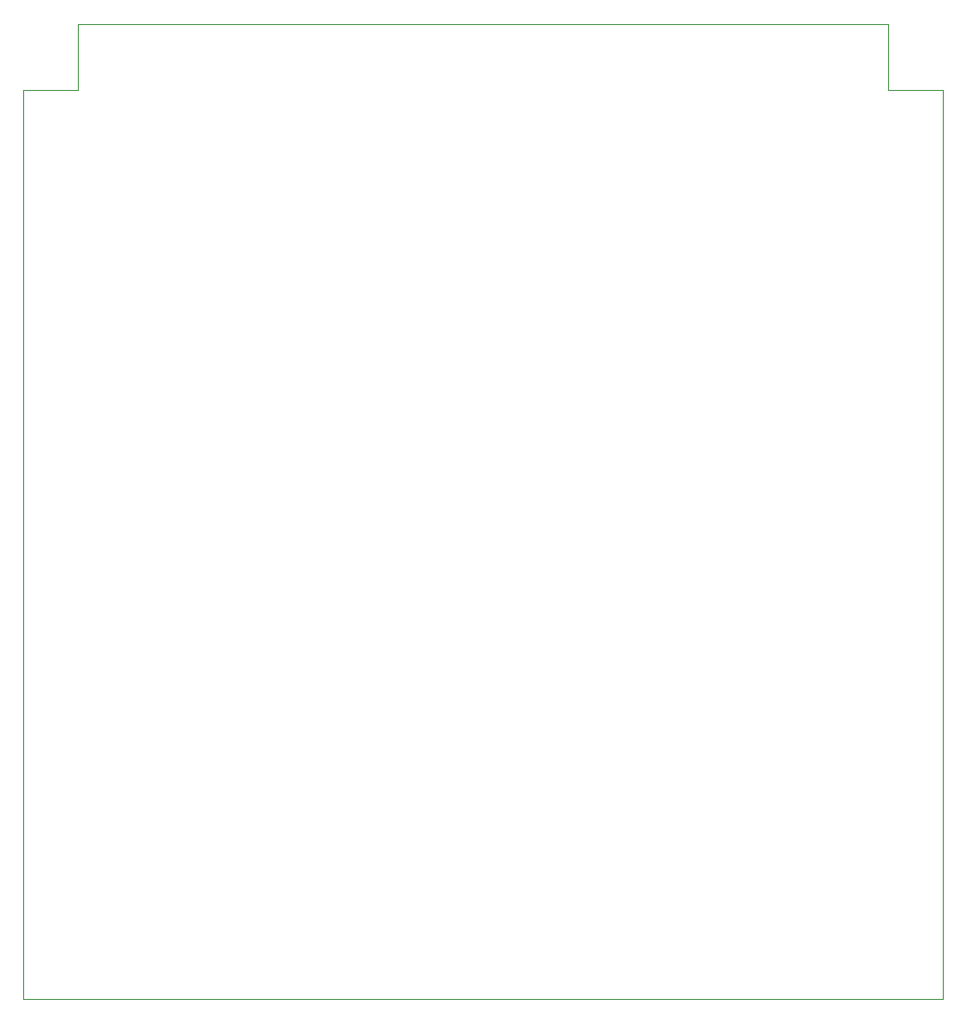
<source format=gbr>
%TF.GenerationSoftware,KiCad,Pcbnew,9.0.1*%
%TF.CreationDate,2025-05-12T14:22:17+02:00*%
%TF.ProjectId,PENDA2,50454e44-4132-42e6-9b69-6361645f7063,rev?*%
%TF.SameCoordinates,Original*%
%TF.FileFunction,Profile,NP*%
%FSLAX46Y46*%
G04 Gerber Fmt 4.6, Leading zero omitted, Abs format (unit mm)*
G04 Created by KiCad (PCBNEW 9.0.1) date 2025-05-12 14:22:17*
%MOMM*%
%LPD*%
G01*
G04 APERTURE LIST*
%TA.AperFunction,Profile*%
%ADD10C,0.050000*%
%TD*%
G04 APERTURE END LIST*
D10*
X45000000Y-41000000D02*
X40000000Y-41000000D01*
X124000000Y-41000000D02*
X124000000Y-124000000D01*
X40000000Y-41000000D02*
X40000000Y-124000000D01*
X40000000Y-124000000D02*
X124000000Y-124000000D01*
X124000000Y-41000000D02*
X119000000Y-41000000D01*
X45000000Y-35000000D02*
X45000000Y-41000000D01*
X119000000Y-41000000D02*
X119000000Y-35000000D01*
X119000000Y-35000000D02*
X45000000Y-35000000D01*
M02*

</source>
